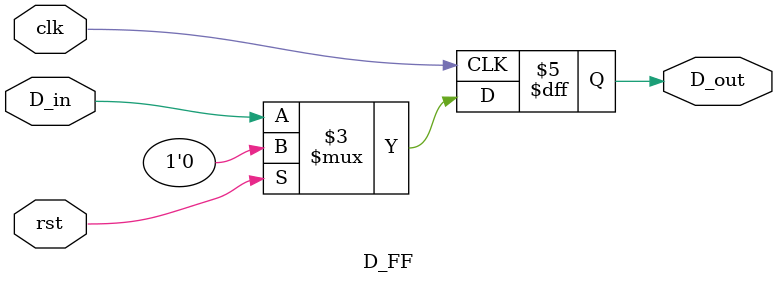
<source format=v>
module T_ff(clk,rst,T_in,T_out);

input clk,rst;
input T_in;
output T_out;
wire temp;
assign temp=~T_in;
D_FF d1(clk,rst,temp,T_out);

endmodule

module D_FF(clk,rst,D_in,D_out);
input D_in;
input clk,rst;
output reg D_out;
always@(posedge clk) begin
if(rst) begin
D_out<=1'b0;
end
else begin
D_out<=D_in;
end
end
endmodule
</source>
